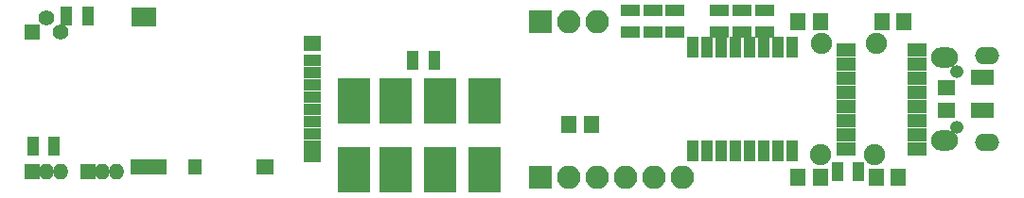
<source format=gbr>
G04 #@! TF.FileFunction,Soldermask,Bot*
%FSLAX46Y46*%
G04 Gerber Fmt 4.6, Leading zero omitted, Abs format (unit mm)*
G04 Created by KiCad (PCBNEW 4.0.7) date 01/21/18 20:33:26*
%MOMM*%
%LPD*%
G01*
G04 APERTURE LIST*
%ADD10C,0.100000*%
%ADD11R,1.400000X1.650000*%
%ADD12R,2.900000X4.150000*%
%ADD13R,1.650000X1.400000*%
%ADD14R,1.700000X1.200000*%
%ADD15R,2.000000X1.400000*%
%ADD16O,2.400000X1.850000*%
%ADD17O,2.200000X1.550000*%
%ADD18O,1.200000X1.200000*%
%ADD19R,1.600000X1.100000*%
%ADD20R,1.600000X1.400000*%
%ADD21R,1.200000X1.400000*%
%ADD22R,3.200000X1.400000*%
%ADD23R,2.300000X1.700000*%
%ADD24R,2.100000X2.100000*%
%ADD25O,2.100000X2.100000*%
%ADD26R,1.400000X1.400000*%
%ADD27O,1.400000X1.400000*%
%ADD28R,1.100000X1.700000*%
%ADD29C,1.400000*%
%ADD30R,1.700000X1.100000*%
%ADD31R,1.000000X1.900000*%
%ADD32C,1.900000*%
G04 APERTURE END LIST*
D10*
D11*
X148500000Y-46250000D03*
X150500000Y-46250000D03*
X169000000Y-51000000D03*
X171000000Y-51000000D03*
X178000000Y-51000000D03*
X176000000Y-51000000D03*
D12*
X141000000Y-44125000D03*
X141000000Y-50375000D03*
X137000000Y-44125000D03*
X137000000Y-50375000D03*
X133000000Y-44125000D03*
X133000000Y-50375000D03*
D11*
X176500000Y-37000000D03*
X178500000Y-37000000D03*
X171000000Y-37000000D03*
X169000000Y-37000000D03*
D13*
X182250000Y-45000000D03*
X182250000Y-43000000D03*
D12*
X129250000Y-44125000D03*
X129250000Y-50375000D03*
D14*
X179650000Y-39550000D03*
X179650000Y-40830000D03*
X179650000Y-42090000D03*
X179650000Y-43360000D03*
X179650000Y-44640000D03*
X179650000Y-45910000D03*
X179650000Y-47170000D03*
X179650000Y-48450000D03*
X173350000Y-48450000D03*
X173350000Y-47170000D03*
X173350000Y-45910000D03*
X173350000Y-44640000D03*
X173350000Y-43360000D03*
X173350000Y-42090000D03*
X173350000Y-40830000D03*
X173350000Y-39550000D03*
D15*
X185500000Y-42000000D03*
X185500000Y-45000000D03*
D16*
X182150000Y-47725000D03*
X182150000Y-40275000D03*
D17*
X185950000Y-47875000D03*
X185950000Y-40125000D03*
D18*
X183200000Y-46500000D03*
X183200000Y-41500000D03*
D19*
X125600000Y-49150000D03*
X125600000Y-48200000D03*
X125600000Y-40500000D03*
X125600000Y-41600000D03*
X125600000Y-42700000D03*
X125600000Y-43800000D03*
X125600000Y-44900000D03*
X125600000Y-46000000D03*
X125600000Y-47100000D03*
D20*
X125600000Y-38950000D03*
X121300000Y-50100000D03*
D21*
X115100000Y-50100000D03*
D22*
X110950000Y-50100000D03*
D23*
X110500000Y-36600000D03*
D24*
X146000000Y-37000000D03*
D25*
X148540000Y-37000000D03*
X151080000Y-37000000D03*
D26*
X105500000Y-50500000D03*
D27*
X106770000Y-50500000D03*
X108040000Y-50500000D03*
D26*
X100500000Y-50500000D03*
D27*
X101770000Y-50500000D03*
X103040000Y-50500000D03*
D24*
X146000000Y-51000000D03*
D25*
X148540000Y-51000000D03*
X151080000Y-51000000D03*
X153620000Y-51000000D03*
X156160000Y-51000000D03*
X158700000Y-51000000D03*
D28*
X134550000Y-40500000D03*
X136450000Y-40500000D03*
D29*
X101770000Y-36730000D03*
X103040000Y-38000000D03*
D26*
X100500000Y-38000000D03*
D28*
X172550000Y-50500000D03*
X174450000Y-50500000D03*
D30*
X156000000Y-36050000D03*
X156000000Y-37950000D03*
D28*
X105450000Y-36500000D03*
X103550000Y-36500000D03*
X100550000Y-48250000D03*
X102450000Y-48250000D03*
D30*
X161998660Y-37950180D03*
X161998660Y-36050180D03*
X163997640Y-37950180D03*
X163997640Y-36050180D03*
X166000000Y-37950000D03*
X166000000Y-36050000D03*
X158000000Y-36050000D03*
X158000000Y-37950000D03*
X154000000Y-36050000D03*
X154000000Y-37950000D03*
D31*
X159555000Y-39350000D03*
X160825000Y-39350000D03*
X162095000Y-39350000D03*
X163365000Y-39350000D03*
X164635000Y-39350000D03*
X165905000Y-39350000D03*
X167175000Y-39350000D03*
X168445000Y-39350000D03*
X168445000Y-48650000D03*
X167175000Y-48650000D03*
X165905000Y-48650000D03*
X164635000Y-48650000D03*
X163365000Y-48650000D03*
X162095000Y-48650000D03*
X160825000Y-48650000D03*
X159555000Y-48650000D03*
D32*
X171000000Y-49000000D03*
X175880000Y-49000000D03*
X176000000Y-39000000D03*
X171120000Y-39000000D03*
M02*

</source>
